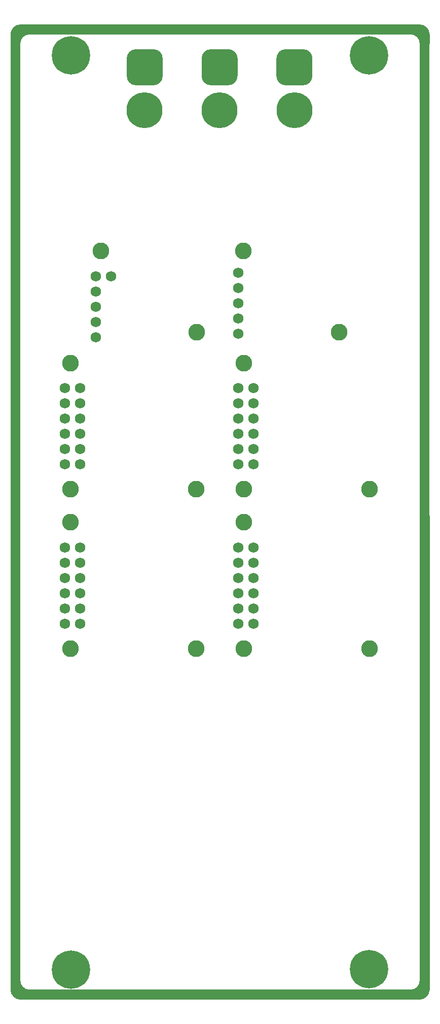
<source format=gbr>
%TF.GenerationSoftware,KiCad,Pcbnew,5.1.9-73d0e3b20d~88~ubuntu20.04.1*%
%TF.CreationDate,2021-04-18T23:14:10-05:00*%
%TF.ProjectId,POWER,504f5745-522e-46b6-9963-61645f706362,rev?*%
%TF.SameCoordinates,Original*%
%TF.FileFunction,Soldermask,Bot*%
%TF.FilePolarity,Negative*%
%FSLAX46Y46*%
G04 Gerber Fmt 4.6, Leading zero omitted, Abs format (unit mm)*
G04 Created by KiCad (PCBNEW 5.1.9-73d0e3b20d~88~ubuntu20.04.1) date 2021-04-18 23:14:10*
%MOMM*%
%LPD*%
G01*
G04 APERTURE LIST*
%ADD10C,0.150000*%
%ADD11C,0.100000*%
%ADD12C,2.800000*%
%ADD13C,1.750000*%
%ADD14C,6.000000*%
%ADD15C,6.400000*%
%ADD16C,0.800000*%
G04 APERTURE END LIST*
D10*
X251750000Y-61400000D02*
G75*
G03*
X250150000Y-59800000I-1600000J0D01*
G01*
X183400000Y-219100000D02*
G75*
G03*
X185000000Y-220700000I1600000J0D01*
G01*
X250250000Y-62900000D02*
G75*
G03*
X248650000Y-61300000I-1600000J0D01*
G01*
X183500000Y-59800000D02*
G75*
G03*
X181900000Y-61400000I0J-1600000D01*
G01*
G36*
X251750000Y-220600000D02*
G01*
X250250000Y-220600000D01*
X250222400Y-61400000D01*
X251722400Y-61400000D01*
X251750000Y-220600000D01*
G37*
X251750000Y-220600000D02*
X250250000Y-220600000D01*
X250222400Y-61400000D01*
X251722400Y-61400000D01*
X251750000Y-220600000D01*
G36*
X250550000Y-59900000D02*
G01*
X251150000Y-60200000D01*
X251450000Y-60600000D01*
X251650000Y-61000000D01*
X251750000Y-61400000D01*
X251750000Y-62900000D01*
X250250000Y-62900000D01*
X250150000Y-62300000D01*
X249950000Y-61900000D01*
X249650000Y-61600000D01*
X249250000Y-61400000D01*
X248750000Y-61300000D01*
X248750000Y-59800000D01*
X250150000Y-59800000D01*
X250550000Y-59900000D01*
G37*
X250550000Y-59900000D02*
X251150000Y-60200000D01*
X251450000Y-60600000D01*
X251650000Y-61000000D01*
X251750000Y-61400000D01*
X251750000Y-62900000D01*
X250250000Y-62900000D01*
X250150000Y-62300000D01*
X249950000Y-61900000D01*
X249650000Y-61600000D01*
X249250000Y-61400000D01*
X248750000Y-61300000D01*
X248750000Y-59800000D01*
X250150000Y-59800000D01*
X250550000Y-59900000D01*
D11*
G36*
X251750000Y-220600000D02*
G01*
X251650000Y-221000000D01*
X251450000Y-221400000D01*
X251150000Y-221800000D01*
X250550000Y-222100000D01*
X250150000Y-222200000D01*
X248750000Y-222200000D01*
X248750000Y-220700000D01*
X249250000Y-220600000D01*
X249650000Y-220400000D01*
X249950000Y-220100000D01*
X250150000Y-219700000D01*
X250250000Y-219100000D01*
X251750000Y-219100000D01*
X251750000Y-220600000D01*
G37*
X251750000Y-220600000D02*
X251650000Y-221000000D01*
X251450000Y-221400000D01*
X251150000Y-221800000D01*
X250550000Y-222100000D01*
X250150000Y-222200000D01*
X248750000Y-222200000D01*
X248750000Y-220700000D01*
X249250000Y-220600000D01*
X249650000Y-220400000D01*
X249950000Y-220100000D01*
X250150000Y-219700000D01*
X250250000Y-219100000D01*
X251750000Y-219100000D01*
X251750000Y-220600000D01*
D10*
X251750000Y-220600000D02*
G75*
G02*
X250150000Y-222200000I-1600000J0D01*
G01*
G36*
X250200000Y-222200000D02*
G01*
X183500000Y-222200000D01*
X183500000Y-220700000D01*
X250200000Y-220700000D01*
X250200000Y-222200000D01*
G37*
X250200000Y-222200000D02*
X183500000Y-222200000D01*
X183500000Y-220700000D01*
X250200000Y-220700000D01*
X250200000Y-222200000D01*
X250250000Y-219100000D02*
G75*
G02*
X248650000Y-220700000I-1600000J0D01*
G01*
G36*
X183400000Y-220600000D02*
G01*
X181900000Y-220600000D01*
X181900000Y-61400000D01*
X183400000Y-61400000D01*
X183400000Y-220600000D01*
G37*
X183400000Y-220600000D02*
X181900000Y-220600000D01*
X181900000Y-61400000D01*
X183400000Y-61400000D01*
X183400000Y-220600000D01*
G36*
X183500000Y-219700000D02*
G01*
X183700000Y-220100000D01*
X184000000Y-220400000D01*
X184400000Y-220600000D01*
X184900000Y-220700000D01*
X184900000Y-222200000D01*
X183500000Y-222200000D01*
X183100000Y-222100000D01*
X182500000Y-221800000D01*
X182200000Y-221400000D01*
X182000000Y-221000000D01*
X181900000Y-220600000D01*
X181900000Y-219100000D01*
X183400000Y-219100000D01*
X183500000Y-219700000D01*
G37*
X183500000Y-219700000D02*
X183700000Y-220100000D01*
X184000000Y-220400000D01*
X184400000Y-220600000D01*
X184900000Y-220700000D01*
X184900000Y-222200000D01*
X183500000Y-222200000D01*
X183100000Y-222100000D01*
X182500000Y-221800000D01*
X182200000Y-221400000D01*
X182000000Y-221000000D01*
X181900000Y-220600000D01*
X181900000Y-219100000D01*
X183400000Y-219100000D01*
X183500000Y-219700000D01*
X181900000Y-220600000D02*
G75*
G03*
X183500000Y-222200000I1600000J0D01*
G01*
G36*
X185000000Y-61300000D02*
G01*
X184400000Y-61400000D01*
X184000000Y-61600000D01*
X183700000Y-61900000D01*
X183500000Y-62300000D01*
X183400000Y-62800000D01*
X181900000Y-62800000D01*
X181900000Y-61400000D01*
X182000000Y-61000000D01*
X182300000Y-60400000D01*
X182700000Y-60100000D01*
X183100000Y-59900000D01*
X183500000Y-59800000D01*
X185000000Y-59800000D01*
X185000000Y-61300000D01*
G37*
X185000000Y-61300000D02*
X184400000Y-61400000D01*
X184000000Y-61600000D01*
X183700000Y-61900000D01*
X183500000Y-62300000D01*
X183400000Y-62800000D01*
X181900000Y-62800000D01*
X181900000Y-61400000D01*
X182000000Y-61000000D01*
X182300000Y-60400000D01*
X182700000Y-60100000D01*
X183100000Y-59900000D01*
X183500000Y-59800000D01*
X185000000Y-59800000D01*
X185000000Y-61300000D01*
X185000000Y-61300000D02*
G75*
G03*
X183400000Y-62900000I0J-1600000D01*
G01*
G36*
X250200000Y-61300000D02*
G01*
X185000000Y-61300000D01*
X185000000Y-59800000D01*
X250200000Y-59800000D01*
X250200000Y-61300000D01*
G37*
X250200000Y-61300000D02*
X185000000Y-61300000D01*
X185000000Y-59800000D01*
X250200000Y-59800000D01*
X250200000Y-61300000D01*
D12*
%TO.C,U704*%
X220760000Y-137220000D03*
X241760000Y-137220000D03*
X220760000Y-116220000D03*
D13*
X222370000Y-120370000D03*
X222370000Y-122910000D03*
X222370000Y-125450000D03*
X222370000Y-127990000D03*
X222370000Y-130530000D03*
X222370000Y-133070000D03*
X219830000Y-120370000D03*
X219830000Y-122910000D03*
X219830000Y-125450000D03*
X219830000Y-127990000D03*
X219830000Y-130530000D03*
X219830000Y-133070000D03*
%TD*%
D12*
%TO.C,U707*%
X220770000Y-163730000D03*
X241770000Y-163730000D03*
X220770000Y-142730000D03*
D13*
X222380000Y-146880000D03*
X222380000Y-149420000D03*
X222380000Y-151960000D03*
X222380000Y-154500000D03*
X222380000Y-157040000D03*
X222380000Y-159580000D03*
X219840000Y-146880000D03*
X219840000Y-149420000D03*
X219840000Y-151960000D03*
X219840000Y-154500000D03*
X219840000Y-157040000D03*
X219840000Y-159580000D03*
%TD*%
D12*
%TO.C,U706*%
X191850000Y-163730000D03*
X212850000Y-163730000D03*
X191850000Y-142730000D03*
D13*
X193460000Y-146880000D03*
X193460000Y-149420000D03*
X193460000Y-151960000D03*
X193460000Y-154500000D03*
X193460000Y-157040000D03*
X193460000Y-159580000D03*
X190920000Y-146880000D03*
X190920000Y-149420000D03*
X190920000Y-151960000D03*
X190920000Y-154500000D03*
X190920000Y-157040000D03*
X190920000Y-159580000D03*
%TD*%
D12*
%TO.C,U705*%
X191810000Y-137220000D03*
X212810000Y-137220000D03*
X191810000Y-116220000D03*
D13*
X193420000Y-120370000D03*
X193420000Y-122910000D03*
X193420000Y-125450000D03*
X193420000Y-127990000D03*
X193420000Y-130530000D03*
X193420000Y-133070000D03*
X190880000Y-120370000D03*
X190880000Y-122910000D03*
X190880000Y-125450000D03*
X190880000Y-127990000D03*
X190880000Y-130530000D03*
X190880000Y-133070000D03*
%TD*%
%TO.C,U702*%
X219870000Y-101090000D03*
X219870000Y-103630000D03*
X219870000Y-106170000D03*
X219870000Y-108710000D03*
X219870000Y-111250000D03*
D12*
X220700000Y-97510000D03*
X236700000Y-111010000D03*
%TD*%
D13*
%TO.C,U701*%
X198640000Y-101730000D03*
X196100000Y-104270000D03*
X196100000Y-101730000D03*
X196100000Y-106810000D03*
X196100000Y-109350000D03*
D12*
X196930000Y-97510000D03*
X212930000Y-111010000D03*
D13*
X196100000Y-111890000D03*
%TD*%
%TO.C,J706*%
G36*
G01*
X227745000Y-63860000D02*
X230745000Y-63860000D01*
G75*
G02*
X232245000Y-65360000I0J-1500000D01*
G01*
X232245000Y-68360000D01*
G75*
G02*
X230745000Y-69860000I-1500000J0D01*
G01*
X227745000Y-69860000D01*
G75*
G02*
X226245000Y-68360000I0J1500000D01*
G01*
X226245000Y-65360000D01*
G75*
G02*
X227745000Y-63860000I1500000J0D01*
G01*
G37*
D14*
X229245000Y-74060000D03*
%TD*%
%TO.C,J702*%
G36*
G01*
X202745000Y-63860000D02*
X205745000Y-63860000D01*
G75*
G02*
X207245000Y-65360000I0J-1500000D01*
G01*
X207245000Y-68360000D01*
G75*
G02*
X205745000Y-69860000I-1500000J0D01*
G01*
X202745000Y-69860000D01*
G75*
G02*
X201245000Y-68360000I0J1500000D01*
G01*
X201245000Y-65360000D01*
G75*
G02*
X202745000Y-63860000I1500000J0D01*
G01*
G37*
X204245000Y-74060000D03*
%TD*%
%TO.C,J701*%
G36*
G01*
X215245000Y-63860000D02*
X218245000Y-63860000D01*
G75*
G02*
X219745000Y-65360000I0J-1500000D01*
G01*
X219745000Y-68360000D01*
G75*
G02*
X218245000Y-69860000I-1500000J0D01*
G01*
X215245000Y-69860000D01*
G75*
G02*
X213745000Y-68360000I0J1500000D01*
G01*
X213745000Y-65360000D01*
G75*
G02*
X215245000Y-63860000I1500000J0D01*
G01*
G37*
X216745000Y-74060000D03*
%TD*%
D15*
%TO.C,REF\u002A\u002A*%
X241750000Y-64850800D03*
D16*
X244150000Y-64800000D03*
X243447056Y-66497056D03*
X241750000Y-67200000D03*
X240052944Y-66497056D03*
X239350000Y-64800000D03*
X240052944Y-63102944D03*
X241750000Y-62400000D03*
X243447056Y-63102944D03*
%TD*%
D15*
%TO.C,REF\u002A\u002A*%
X191900000Y-64850800D03*
D16*
X194300000Y-64800000D03*
X193597056Y-66497056D03*
X191900000Y-67200000D03*
X190202944Y-66497056D03*
X189500000Y-64800000D03*
X190202944Y-63102944D03*
X191900000Y-62400000D03*
X193597056Y-63102944D03*
%TD*%
%TO.C,REF\u002A\u002A*%
X193597056Y-215502944D03*
X191900000Y-214800000D03*
X190202944Y-215502944D03*
X189500000Y-217200000D03*
X190202944Y-218897056D03*
X191900000Y-219600000D03*
X193597056Y-218897056D03*
X194300000Y-217200000D03*
D15*
X191900000Y-217250800D03*
%TD*%
%TO.C,REF\u002A\u002A*%
X241750000Y-217200000D03*
D16*
X244150000Y-217149200D03*
X243447056Y-218846256D03*
X241750000Y-219549200D03*
X240052944Y-218846256D03*
X239350000Y-217149200D03*
X240052944Y-215452144D03*
X241750000Y-214749200D03*
X243447056Y-215452144D03*
%TD*%
M02*

</source>
